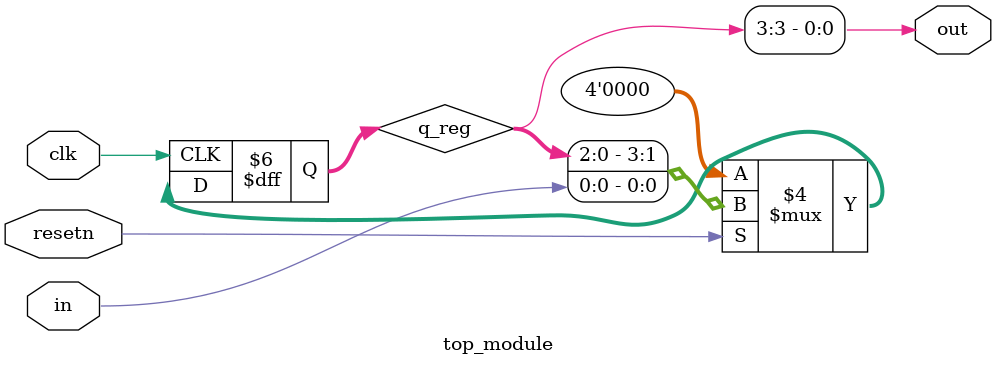
<source format=v>

`default_nettype none

module top_module (
    input   clk,
    input   resetn,     // synchronous reset
    input   in,
    output  out
);

    reg     [3:0]   q_reg;
    always @(posedge clk) begin
        if (!resetn)
            q_reg <= '0;
        else
            q_reg <= {q_reg[2:0], in};
    end

    assign out = q_reg[3];

endmodule

</source>
